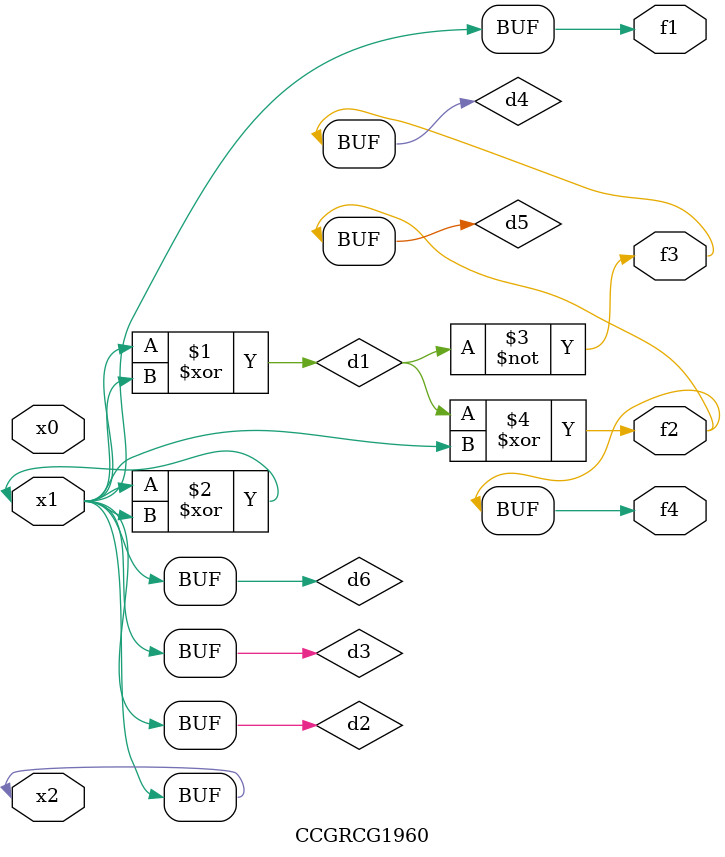
<source format=v>
module CCGRCG1960(
	input x0, x1, x2,
	output f1, f2, f3, f4
);

	wire d1, d2, d3, d4, d5, d6;

	xor (d1, x1, x2);
	buf (d2, x1, x2);
	xor (d3, x1, x2);
	nor (d4, d1);
	xor (d5, d1, d2);
	buf (d6, d2, d3);
	assign f1 = d6;
	assign f2 = d5;
	assign f3 = d4;
	assign f4 = d5;
endmodule

</source>
